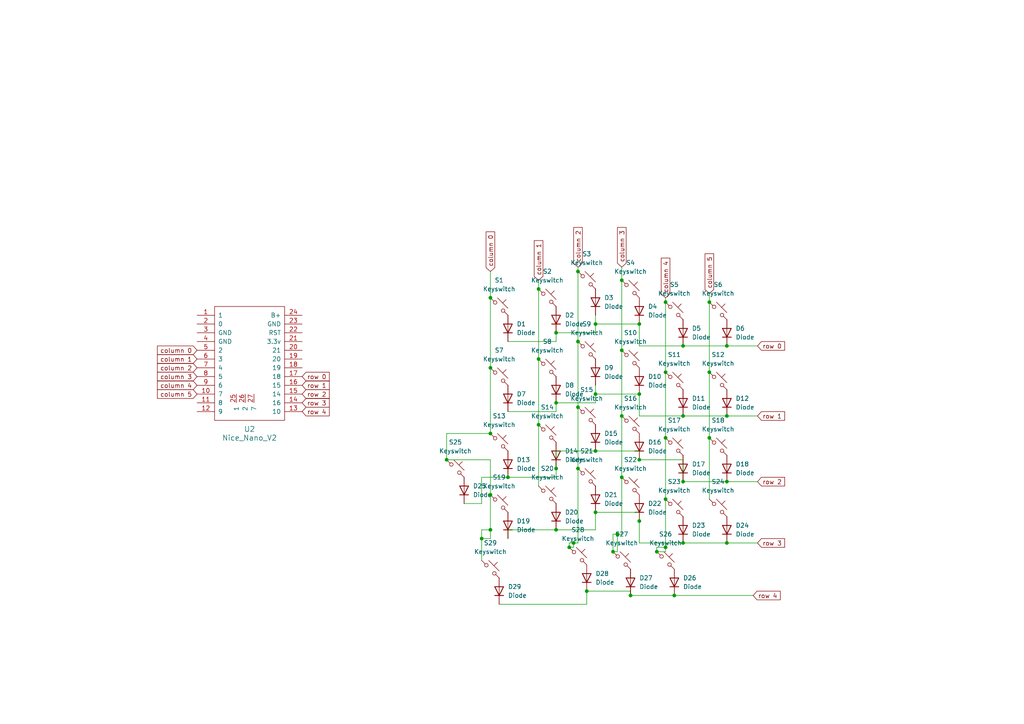
<source format=kicad_sch>
(kicad_sch (version 20250114) (generator "eeschema") (generator_version "9.0")
  (paper "A4")
  (lib_symbols
    (symbol "ScottoKeebs:MCU_Nice_Nano_V2" (pin_names (offset 1.016))
      (property "Reference" "U" (at 0 0 0))
      (property "Value" "Nice_Nano_V2" (at 0 -19.05 0))
      (symbol "MCU_Nice_Nano_V2_0_1"
        (rectangle (start -10.16 16.51) (end 10.16 -16.51))
      )
      (symbol "MCU_Nice_Nano_V2_1_1"
        (pin input line (at -15.24 13.97 0) (length 5.08) (name "1") (number "1"))
        (pin input line (at -15.24 11.43 0) (length 5.08) (name "0") (number "2"))
        (pin input line (at -15.24 8.89 0) (length 5.08) (name "GND") (number "3"))
        (pin input line (at -15.24 6.35 0) (length 5.08) (name "GND") (number "4"))
        (pin input line (at -15.24 3.81 0) (length 5.08) (name "2") (number "5"))
        (pin input line (at -15.24 1.27 0) (length 5.08) (name "3") (number "6"))
        (pin input line (at -15.24 -1.27 0) (length 5.08) (name "4") (number "7"))
        (pin input line (at -15.24 -3.81 0) (length 5.08) (name "5") (number "8"))
        (pin input line (at -15.24 -6.35 0) (length 5.08) (name "6") (number "9"))
        (pin input line (at -15.24 -8.89 0) (length 5.08) (name "7") (number "10"))
        (pin input line (at -15.24 -11.43 0) (length 5.08) (name "8") (number "11"))
        (pin input line (at -15.24 -13.97 0) (length 5.08) (name "9") (number "12"))
        (pin input line (at -3.81 -8.89 270) (length 2.5) (name "1") (number "25"))
        (pin input line (at -1.27 -8.89 270) (length 2.5) (name "2") (number "26"))
        (pin input line (at 1.27 -8.89 270) (length 2.5) (name "7") (number "27"))
        (pin input line (at 15.24 13.97 180) (length 5.08) (name "B+") (number "24"))
        (pin input line (at 15.24 11.43 180) (length 5.08) (name "GND") (number "23"))
        (pin input line (at 15.24 8.89 180) (length 5.08) (name "RST") (number "22"))
        (pin input line (at 15.24 6.35 180) (length 5.08) (name "3.3v") (number "21"))
        (pin input line (at 15.24 3.81 180) (length 5.08) (name "21") (number "20"))
        (pin input line (at 15.24 1.27 180) (length 5.08) (name "20") (number "19"))
        (pin input line (at 15.24 -1.27 180) (length 5.08) (name "19") (number "18"))
        (pin input line (at 15.24 -3.81 180) (length 5.08) (name "18") (number "17"))
        (pin input line (at 15.24 -6.35 180) (length 5.08) (name "15") (number "16"))
        (pin input line (at 15.24 -8.89 180) (length 5.08) (name "14") (number "15"))
        (pin input line (at 15.24 -11.43 180) (length 5.08) (name "16") (number "14"))
        (pin input line (at 15.24 -13.97 180) (length 5.08) (name "10") (number "13"))
      )
    )
    (symbol "ScottoKeebs:Placeholder_Diode" (pin_numbers (hide yes)) (pin_names (hide yes))
      (property "Reference" "D" (at 0 2.54 0))
      (property "Value" "Diode" (at 0 -2.54 0))
      (symbol "Placeholder_Diode_0_1"
        (polyline (pts (xy -1.27 1.27) (xy -1.27 -1.27)) (stroke (width 0.254)))
        (polyline (pts (xy 1.27 1.27) (xy 1.27 -1.27) (xy -1.27 0) (xy 1.27 1.27)) (stroke (width 0.254)))
        (polyline (pts (xy 1.27 0) (xy -1.27 0)))
      )
      (symbol "Placeholder_Diode_1_1"
        (pin passive line (at -3.81 0 0) (length 2.54) (name "K") (number "1"))
        (pin passive line (at 3.81 0 180) (length 2.54) (name "A") (number "2"))
      )
    )
    (symbol "ScottoKeebs:Placeholder_Keyswitch" (pin_numbers (hide yes)) (pin_names (offset 1.016) (hide yes))
      (property "Reference" "S" (at 3.048 1.016 0))
      (property "Value" "Keyswitch" (at 0 -3.81 0))
      (symbol "Placeholder_Keyswitch_0_1"
        (polyline (pts (xy -2.54 2.54) (xy -1.524 1.524) (xy -1.524 1.524)))
        (circle (center -1.1684 1.1684) (radius 0.508))
        (polyline (pts (xy -0.508 2.54) (xy 2.54 -0.508)))
        (polyline (pts (xy 1.016 1.016) (xy 2.032 2.032)))
        (circle (center 1.143 -1.1938) (radius 0.508))
        (polyline (pts (xy 1.524 -1.524) (xy 2.54 -2.54) (xy 2.54 -2.54) (xy 2.54 -2.54)))
        (pin passive line (at -2.54 2.54 0) (length 0) (name "1") (number "1"))
        (pin passive line (at 2.54 -2.54 180) (length 0) (name "2") (number "2"))
      )
    )
  )
  (junction (at 198.12 139.7))
  (junction (at 210.82 139.7))
  (junction (at 205.74 127))
  (junction (at 193.04 87.63))
  (junction (at 198.12 157.48))
  (junction (at 139.7 156.21))
  (junction (at 142.24 143.51))
  (junction (at 205.74 87.63))
  (junction (at 185.42 93.98))
  (junction (at 167.64 99.06))
  (junction (at 161.29 96.52))
  (junction (at 179.07 154.94))
  (junction (at 180.34 120.65))
  (junction (at 156.21 83.82))
  (junction (at 142.24 153.67))
  (junction (at 185.42 151.13))
  (junction (at 161.29 153.67))
  (junction (at 170.18 171.45))
  (junction (at 161.29 116.84))
  (junction (at 161.29 135.89))
  (junction (at 190.5 160.02))
  (junction (at 198.12 120.65))
  (junction (at 142.24 106.68))
  (junction (at 185.42 133.35))
  (junction (at 210.82 100.33))
  (junction (at 210.82 157.48))
  (junction (at 147.32 138.43))
  (junction (at 142.24 86.36))
  (junction (at 193.04 144.78))
  (junction (at 165.1 158.75))
  (junction (at 180.34 138.43))
  (junction (at 167.64 118.11))
  (junction (at 172.72 114.3))
  (junction (at 193.04 127))
  (junction (at 210.82 120.65))
  (junction (at 172.72 148.59))
  (junction (at 156.21 123.19))
  (junction (at 167.64 78.74))
  (junction (at 193.04 158.75))
  (junction (at 195.58 172.72))
  (junction (at 129.54 133.35))
  (junction (at 180.34 81.28))
  (junction (at 182.88 172.72))
  (junction (at 172.72 130.81))
  (junction (at 177.8 160.02))
  (junction (at 156.21 104.14))
  (junction (at 193.04 107.95))
  (junction (at 172.72 93.98))
  (junction (at 198.12 100.33))
  (junction (at 185.42 114.3))
  (junction (at 167.64 135.89))
  (junction (at 180.34 101.6))
  (junction (at 142.24 125.73))
  (junction (at 166.37 157.48))
  (junction (at 205.74 107.95))
  (wire (pts (xy 205.74 107.95) (xy 205.74 127)))
  (wire (pts (xy 172.72 153.67) (xy 161.29 153.67)))
  (wire (pts (xy 198.12 139.7) (xy 210.82 139.7)))
  (wire (pts (xy 190.5 158.75) (xy 190.5 160.02)))
  (wire (pts (xy 142.24 106.68) (xy 142.24 125.73)))
  (wire (pts (xy 180.34 101.6) (xy 180.34 120.65)))
  (wire (pts (xy 193.04 160.02) (xy 190.5 160.02)))
  (wire (pts (xy 167.64 118.11) (xy 167.64 135.89)))
  (wire (pts (xy 179.07 160.02) (xy 177.8 160.02)))
  (wire (pts (xy 161.29 130.81) (xy 172.72 130.81)))
  (wire (pts (xy 205.74 87.63) (xy 205.74 107.95)))
  (wire (pts (xy 180.34 81.28) (xy 180.34 101.6)))
  (wire (pts (xy 142.24 153.67) (xy 139.7 153.67)))
  (wire (pts (xy 167.64 135.89) (xy 167.64 157.48)))
  (wire (pts (xy 142.24 86.36) (xy 142.24 106.68)))
  (wire (pts (xy 193.04 86.36) (xy 193.04 87.63)))
  (wire (pts (xy 172.72 93.98) (xy 185.42 93.98)))
  (wire (pts (xy 167.64 99.06) (xy 167.64 118.11)))
  (wire (pts (xy 129.54 133.35) (xy 142.24 133.35)))
  (wire (pts (xy 167.64 78.74) (xy 167.64 99.06)))
  (wire (pts (xy 161.29 99.06) (xy 161.29 96.52)))
  (wire (pts (xy 180.34 154.94) (xy 179.07 154.94)))
  (wire (pts (xy 147.32 99.06) (xy 161.29 99.06)))
  (wire (pts (xy 172.72 148.59) (xy 172.72 153.67)))
  (wire (pts (xy 172.72 93.98) (xy 172.72 96.52)))
  (wire (pts (xy 185.42 120.65) (xy 185.42 114.3)))
  (wire (pts (xy 185.42 148.59) (xy 172.72 148.59)))
  (wire (pts (xy 210.82 157.48) (xy 219.71 157.48)))
  (wire (pts (xy 161.29 116.84) (xy 161.29 119.38)))
  (wire (pts (xy 161.29 153.67) (xy 147.32 153.67)))
  (wire (pts (xy 129.54 125.73) (xy 129.54 133.35)))
  (wire (pts (xy 147.32 138.43) (xy 161.29 138.43)))
  (wire (pts (xy 185.42 114.3) (xy 172.72 114.3)))
  (wire (pts (xy 139.7 153.67) (xy 139.7 156.21)))
  (wire (pts (xy 147.32 138.43) (xy 139.7 138.43)))
  (wire (pts (xy 142.24 133.35) (xy 142.24 143.51)))
  (wire (pts (xy 177.8 154.94) (xy 177.8 160.02)))
  (wire (pts (xy 193.04 144.78) (xy 193.04 158.75)))
  (wire (pts (xy 170.18 171.45) (xy 182.88 171.45)))
  (wire (pts (xy 165.1 157.48) (xy 165.1 158.75)))
  (wire (pts (xy 198.12 139.7) (xy 198.12 133.35)))
  (wire (pts (xy 210.82 139.7) (xy 219.71 139.7)))
  (wire (pts (xy 185.42 130.81) (xy 185.42 133.35)))
  (wire (pts (xy 180.34 120.65) (xy 180.34 138.43)))
  (wire (pts (xy 166.37 158.75) (xy 165.1 158.75)))
  (wire (pts (xy 198.12 100.33) (xy 210.82 100.33)))
  (wire (pts (xy 139.7 138.43) (xy 139.7 146.05)))
  (wire (pts (xy 147.32 153.67) (xy 147.32 156.21)))
  (wire (pts (xy 172.72 111.76) (xy 172.72 114.3)))
  (wire (pts (xy 161.29 96.52) (xy 172.72 96.52)))
  (wire (pts (xy 139.7 156.21) (xy 139.7 162.56)))
  (wire (pts (xy 195.58 172.72) (xy 218.44 172.72)))
  (wire (pts (xy 156.21 81.28) (xy 156.21 83.82)))
  (wire (pts (xy 185.42 100.33) (xy 198.12 100.33)))
  (wire (pts (xy 198.12 133.35) (xy 185.42 133.35)))
  (wire (pts (xy 166.37 157.48) (xy 166.37 158.75)))
  (wire (pts (xy 139.7 156.21) (xy 142.24 156.21)))
  (wire (pts (xy 198.12 157.48) (xy 185.42 157.48)))
  (wire (pts (xy 142.24 156.21) (xy 142.24 153.67)))
  (wire (pts (xy 172.72 130.81) (xy 185.42 130.81)))
  (wire (pts (xy 161.29 135.89) (xy 161.29 138.43)))
  (wire (pts (xy 142.24 143.51) (xy 142.24 153.67)))
  (wire (pts (xy 193.04 158.75) (xy 190.5 158.75)))
  (wire (pts (xy 156.21 123.19) (xy 156.21 140.97)))
  (wire (pts (xy 182.88 171.45) (xy 182.88 172.72)))
  (wire (pts (xy 139.7 146.05) (xy 134.62 146.05)))
  (wire (pts (xy 170.18 175.26) (xy 170.18 171.45)))
  (wire (pts (xy 185.42 93.98) (xy 185.42 100.33)))
  (wire (pts (xy 172.72 91.44) (xy 172.72 93.98)))
  (wire (pts (xy 167.64 157.48) (xy 166.37 157.48)))
  (wire (pts (xy 156.21 83.82) (xy 156.21 104.14)))
  (wire (pts (xy 172.72 116.84) (xy 161.29 116.84)))
  (wire (pts (xy 198.12 157.48) (xy 210.82 157.48)))
  (wire (pts (xy 193.04 127) (xy 193.04 144.78)))
  (wire (pts (xy 198.12 120.65) (xy 210.82 120.65)))
  (wire (pts (xy 161.29 119.38) (xy 147.32 119.38)))
  (wire (pts (xy 156.21 104.14) (xy 156.21 123.19)))
  (wire (pts (xy 205.74 85.09) (xy 205.74 87.63)))
  (wire (pts (xy 185.42 151.13) (xy 185.42 148.59)))
  (wire (pts (xy 182.88 172.72) (xy 195.58 172.72)))
  (wire (pts (xy 180.34 77.47) (xy 180.34 81.28)))
  (wire (pts (xy 166.37 157.48) (xy 165.1 157.48)))
  (wire (pts (xy 167.64 77.47) (xy 167.64 78.74)))
  (wire (pts (xy 193.04 158.75) (xy 193.04 160.02)))
  (wire (pts (xy 180.34 138.43) (xy 180.34 154.94)))
  (wire (pts (xy 172.72 114.3) (xy 172.72 116.84)))
  (wire (pts (xy 142.24 78.74) (xy 142.24 86.36)))
  (wire (pts (xy 193.04 107.95) (xy 193.04 127)))
  (wire (pts (xy 219.71 100.33) (xy 210.82 100.33)))
  (wire (pts (xy 193.04 87.63) (xy 193.04 107.95)))
  (wire (pts (xy 185.42 157.48) (xy 185.42 151.13)))
  (wire (pts (xy 142.24 125.73) (xy 129.54 125.73)))
  (wire (pts (xy 179.07 154.94) (xy 177.8 154.94)))
  (wire (pts (xy 144.78 175.26) (xy 170.18 175.26)))
  (wire (pts (xy 161.29 130.81) (xy 161.29 135.89)))
  (wire (pts (xy 198.12 120.65) (xy 185.42 120.65)))
  (wire (pts (xy 219.71 120.65) (xy 210.82 120.65)))
  (wire (pts (xy 205.74 127) (xy 205.74 144.78)))
  (wire (pts (xy 179.07 154.94) (xy 179.07 160.02)))
  (global_label "row 2" (shape input) (at 219.71 139.7 0) (property "Intersheetrefs" "${INTERSHEET_REFS}" (effects (hide yes))))
  (global_label "column 5" (shape input) (at 57.15 114.3 180) (property "Intersheetrefs" "${INTERSHEET_REFS}" (effects (hide yes))))
  (global_label "row 0" (shape input) (at 87.63 109.22 0) (property "Intersheetrefs" "${INTERSHEET_REFS}" (effects (hide yes))))
  (global_label "column 3" (shape input) (at 57.15 109.22 180) (property "Intersheetrefs" "${INTERSHEET_REFS}" (effects (hide yes))))
  (global_label "row 1" (shape input) (at 219.71 120.65 0) (property "Intersheetrefs" "${INTERSHEET_REFS}" (effects (hide yes))))
  (global_label "row 4" (shape input) (at 218.44 172.72 0) (property "Intersheetrefs" "${INTERSHEET_REFS}" (effects (hide yes))))
  (global_label "column 4" (shape input) (at 57.15 111.76 180) (property "Intersheetrefs" "${INTERSHEET_REFS}" (effects (hide yes))))
  (global_label "column 4" (shape input) (at 193.04 86.36 90) (property "Intersheetrefs" "${INTERSHEET_REFS}" (effects (hide yes))))
  (global_label "row 3" (shape input) (at 219.71 157.48 0) (property "Intersheetrefs" "${INTERSHEET_REFS}" (effects (hide yes))))
  (global_label "column 1" (shape input) (at 57.15 104.14 180) (property "Intersheetrefs" "${INTERSHEET_REFS}" (effects (hide yes))))
  (global_label "row 3" (shape input) (at 87.63 116.84 0) (property "Intersheetrefs" "${INTERSHEET_REFS}" (effects (hide yes))))
  (global_label "column 5" (shape input) (at 205.74 85.09 90) (property "Intersheetrefs" "${INTERSHEET_REFS}" (effects (hide yes))))
  (global_label "column 0" (shape input) (at 142.24 78.74 90) (property "Intersheetrefs" "${INTERSHEET_REFS}" (effects (hide yes))))
  (global_label "column 1" (shape input) (at 156.21 81.28 90) (property "Intersheetrefs" "${INTERSHEET_REFS}" (effects (hide yes))))
  (global_label "row 0" (shape input) (at 219.71 100.33 0) (property "Intersheetrefs" "${INTERSHEET_REFS}" (effects (hide yes))))
  (global_label "row 1" (shape input) (at 87.63 111.76 0) (property "Intersheetrefs" "${INTERSHEET_REFS}" (effects (hide yes))))
  (global_label "column 3" (shape input) (at 180.34 77.47 90) (property "Intersheetrefs" "${INTERSHEET_REFS}" (effects (hide yes))))
  (global_label "row 2" (shape input) (at 87.63 114.3 0) (property "Intersheetrefs" "${INTERSHEET_REFS}" (effects (hide yes))))
  (global_label "column 2" (shape input) (at 57.15 106.68 180) (property "Intersheetrefs" "${INTERSHEET_REFS}" (effects (hide yes))))
  (global_label "row 4" (shape input) (at 87.63 119.38 0) (property "Intersheetrefs" "${INTERSHEET_REFS}" (effects (hide yes))))
  (global_label "column 0" (shape input) (at 57.15 101.6 180) (property "Intersheetrefs" "${INTERSHEET_REFS}" (effects (hide yes))))
  (global_label "column 2" (shape input) (at 167.64 77.47 90) (property "Intersheetrefs" "${INTERSHEET_REFS}" (effects (hide yes))))
  (symbol (lib_id "ScottoKeebs:Placeholder_Diode") (at 185.42 147.32 90) (unit 1)
    (property "Reference" "D22" (at 187.96 146.0499 90) (effects (justify right)))
    (property "Value" "Diode" (at 187.96 148.5899 90) (effects (justify right)))
    (property "Footprint" "ScottoKeebs_Components:Diode_DO-35" (effects (hide yes)))
    (property "Description" "1N4148 (DO-35) or 1N4148W (SOD-123)" (effects (hide yes)))
    (property "Sim.Device" "D" (effects (hide yes)))
    (property "Sim.Pins" "1=K 2=A" (effects (hide yes)))
  )
  (symbol (lib_id "ScottoKeebs:Placeholder_Diode") (at 210.82 135.89 90) (unit 1)
    (property "Reference" "D18" (at 213.36 134.6199 90) (effects (justify right)))
    (property "Value" "Diode" (at 213.36 137.1599 90) (effects (justify right)))
    (property "Footprint" "ScottoKeebs_Components:Diode_DO-35" (effects (hide yes)))
    (property "Description" "1N4148 (DO-35) or 1N4148W (SOD-123)" (effects (hide yes)))
    (property "Sim.Device" "D" (effects (hide yes)))
    (property "Sim.Pins" "1=K 2=A" (effects (hide yes)))
  )
  (symbol (lib_id "ScottoKeebs:Placeholder_Keyswitch") (at 195.58 147.32 0) (unit 1)
    (property "Reference" "S23" (at 195.58 139.7 0))
    (property "Value" "Keyswitch" (at 195.58 142.24 0))
    (property "Footprint" "ScottoKeebs_MX:MX_PCB_1.00u" (effects (hide yes)))
    (property "Description" "Push button switch, normally open, two pins, 45° tilted" (effects (hide yes)))
  )
  (symbol (lib_id "ScottoKeebs:Placeholder_Keyswitch") (at 182.88 83.82 0) (unit 1)
    (property "Reference" "S4" (at 182.88 76.2 0))
    (property "Value" "Keyswitch" (at 182.88 78.74 0))
    (property "Footprint" "ScottoKeebs_MX:MX_PCB_1.00u" (effects (hide yes)))
    (property "Description" "Push button switch, normally open, two pins, 45° tilted" (effects (hide yes)))
  )
  (symbol (lib_id "ScottoKeebs:Placeholder_Keyswitch") (at 180.34 162.56 0) (unit 1)
    (property "Reference" "S27" (at 180.34 154.94 0))
    (property "Value" "Keyswitch" (at 180.34 157.48 0))
    (property "Footprint" "ScottoKeebs_MX:MX_PCB_1.00u" (effects (hide yes)))
    (property "Description" "Push button switch, normally open, two pins, 45° tilted" (effects (hide yes)))
  )
  (symbol (lib_id "ScottoKeebs:Placeholder_Keyswitch") (at 208.28 90.17 0) (unit 1)
    (property "Reference" "S6" (at 208.28 82.55 0))
    (property "Value" "Keyswitch" (at 208.28 85.09 0))
    (property "Footprint" "ScottoKeebs_MX:MX_PCB_1.00u" (effects (hide yes)))
    (property "Description" "Push button switch, normally open, two pins, 45° tilted" (effects (hide yes)))
  )
  (symbol (lib_id "ScottoKeebs:Placeholder_Keyswitch") (at 182.88 140.97 0) (unit 1)
    (property "Reference" "S22" (at 182.88 133.35 0))
    (property "Value" "Keyswitch" (at 182.88 135.89 0))
    (property "Footprint" "ScottoKeebs_MX:MX_PCB_1.00u" (effects (hide yes)))
    (property "Description" "Push button switch, normally open, two pins, 45° tilted" (effects (hide yes)))
  )
  (symbol (lib_id "ScottoKeebs:Placeholder_Diode") (at 161.29 113.03 90) (unit 1)
    (property "Reference" "D8" (at 163.83 111.7599 90) (effects (justify right)))
    (property "Value" "Diode" (at 163.83 114.2999 90) (effects (justify right)))
    (property "Footprint" "ScottoKeebs_Components:Diode_DO-35" (effects (hide yes)))
    (property "Description" "1N4148 (DO-35) or 1N4148W (SOD-123)" (effects (hide yes)))
    (property "Sim.Device" "D" (effects (hide yes)))
    (property "Sim.Pins" "1=K 2=A" (effects (hide yes)))
  )
  (symbol (lib_id "ScottoKeebs:Placeholder_Keyswitch") (at 182.88 104.14 0) (unit 1)
    (property "Reference" "S10" (at 182.88 96.52 0))
    (property "Value" "Keyswitch" (at 182.88 99.06 0))
    (property "Footprint" "ScottoKeebs_MX:MX_PCB_1.00u" (effects (hide yes)))
    (property "Description" "Push button switch, normally open, two pins, 45° tilted" (effects (hide yes)))
  )
  (symbol (lib_id "ScottoKeebs:Placeholder_Keyswitch") (at 195.58 129.54 0) (unit 1)
    (property "Reference" "S17" (at 195.58 121.92 0))
    (property "Value" "Keyswitch" (at 195.58 124.46 0))
    (property "Footprint" "ScottoKeebs_MX:MX_PCB_1.00u" (effects (hide yes)))
    (property "Description" "Push button switch, normally open, two pins, 45° tilted" (effects (hide yes)))
  )
  (symbol (lib_id "ScottoKeebs:Placeholder_Keyswitch") (at 158.75 86.36 0) (unit 1)
    (property "Reference" "S2" (at 158.75 78.74 0))
    (property "Value" "Keyswitch" (at 158.75 81.28 0))
    (property "Footprint" "ScottoKeebs_MX:MX_PCB_1.00u" (effects (hide yes)))
    (property "Description" "Push button switch, normally open, two pins, 45° tilted" (effects (hide yes)))
  )
  (symbol (lib_id "ScottoKeebs:Placeholder_Keyswitch") (at 167.64 161.29 0) (unit 1)
    (property "Reference" "S28" (at 167.64 153.67 0))
    (property "Value" "Keyswitch" (at 167.64 156.21 0))
    (property "Footprint" "ScottoKeebs_MX:MX_PCB_1.00u" (effects (hide yes)))
    (property "Description" "Push button switch, normally open, two pins, 45° tilted" (effects (hide yes)))
  )
  (symbol (lib_id "ScottoKeebs:Placeholder_Keyswitch") (at 195.58 110.49 0) (unit 1)
    (property "Reference" "S11" (at 195.58 102.87 0))
    (property "Value" "Keyswitch" (at 195.58 105.41 0))
    (property "Footprint" "ScottoKeebs_MX:MX_PCB_1.00u" (effects (hide yes)))
    (property "Description" "Push button switch, normally open, two pins, 45° tilted" (effects (hide yes)))
  )
  (symbol (lib_id "ScottoKeebs:Placeholder_Diode") (at 210.82 116.84 90) (unit 1)
    (property "Reference" "D12" (at 213.36 115.5699 90) (effects (justify right)))
    (property "Value" "Diode" (at 213.36 118.1099 90) (effects (justify right)))
    (property "Footprint" "ScottoKeebs_Components:Diode_DO-35" (effects (hide yes)))
    (property "Description" "1N4148 (DO-35) or 1N4148W (SOD-123)" (effects (hide yes)))
    (property "Sim.Device" "D" (effects (hide yes)))
    (property "Sim.Pins" "1=K 2=A" (effects (hide yes)))
  )
  (symbol (lib_id "ScottoKeebs:Placeholder_Diode") (at 161.29 149.86 90) (unit 1)
    (property "Reference" "D20" (at 163.83 148.5899 90) (effects (justify right)))
    (property "Value" "Diode" (at 163.83 151.1299 90) (effects (justify right)))
    (property "Footprint" "ScottoKeebs_Components:Diode_DO-35" (effects (hide yes)))
    (property "Description" "1N4148 (DO-35) or 1N4148W (SOD-123)" (effects (hide yes)))
    (property "Sim.Device" "D" (effects (hide yes)))
    (property "Sim.Pins" "1=K 2=A" (effects (hide yes)))
  )
  (symbol (lib_id "ScottoKeebs:Placeholder_Diode") (at 198.12 96.52 90) (unit 1)
    (property "Reference" "D5" (at 200.66 95.2499 90) (effects (justify right)))
    (property "Value" "Diode" (at 200.66 97.7899 90) (effects (justify right)))
    (property "Footprint" "ScottoKeebs_Components:Diode_DO-35" (effects (hide yes)))
    (property "Description" "1N4148 (DO-35) or 1N4148W (SOD-123)" (effects (hide yes)))
    (property "Sim.Device" "D" (effects (hide yes)))
    (property "Sim.Pins" "1=K 2=A" (effects (hide yes)))
  )
  (symbol (lib_id "ScottoKeebs:Placeholder_Diode") (at 161.29 92.71 90) (unit 1)
    (property "Reference" "D2" (at 163.83 91.4399 90) (effects (justify right)))
    (property "Value" "Diode" (at 163.83 93.9799 90) (effects (justify right)))
    (property "Footprint" "ScottoKeebs_Components:Diode_DO-35" (effects (hide yes)))
    (property "Description" "1N4148 (DO-35) or 1N4148W (SOD-123)" (effects (hide yes)))
    (property "Sim.Device" "D" (effects (hide yes)))
    (property "Sim.Pins" "1=K 2=A" (effects (hide yes)))
  )
  (symbol (lib_id "ScottoKeebs:Placeholder_Keyswitch") (at 195.58 90.17 0) (unit 1)
    (property "Reference" "S5" (at 195.58 82.55 0))
    (property "Value" "Keyswitch" (at 195.58 85.09 0))
    (property "Footprint" "ScottoKeebs_MX:MX_PCB_1.00u" (effects (hide yes)))
    (property "Description" "Push button switch, normally open, two pins, 45° tilted" (effects (hide yes)))
  )
  (symbol (lib_id "ScottoKeebs:Placeholder_Keyswitch") (at 182.88 123.19 0) (unit 1)
    (property "Reference" "S16" (at 182.88 115.57 0))
    (property "Value" "Keyswitch" (at 182.88 118.11 0))
    (property "Footprint" "ScottoKeebs_MX:MX_PCB_1.00u" (effects (hide yes)))
    (property "Description" "Push button switch, normally open, two pins, 45° tilted" (effects (hide yes)))
  )
  (symbol (lib_id "ScottoKeebs:Placeholder_Keyswitch") (at 144.78 109.22 0) (unit 1)
    (property "Reference" "S7" (at 144.78 101.6 0))
    (property "Value" "Keyswitch" (at 144.78 104.14 0))
    (property "Footprint" "ScottoKeebs_MX:MX_PCB_1.00u" (effects (hide yes)))
    (property "Description" "Push button switch, normally open, two pins, 45° tilted" (effects (hide yes)))
  )
  (symbol (lib_id "ScottoKeebs:Placeholder_Keyswitch") (at 170.18 81.28 0) (unit 1)
    (property "Reference" "S3" (at 170.18 73.66 0))
    (property "Value" "Keyswitch" (at 170.18 76.2 0))
    (property "Footprint" "ScottoKeebs_MX:MX_PCB_1.00u" (effects (hide yes)))
    (property "Description" "Push button switch, normally open, two pins, 45° tilted" (effects (hide yes)))
  )
  (symbol (lib_id "ScottoKeebs:Placeholder_Diode") (at 185.42 90.17 90) (unit 1)
    (property "Reference" "D4" (at 187.96 88.8999 90) (effects (justify right)))
    (property "Value" "Diode" (at 187.96 91.4399 90) (effects (justify right)))
    (property "Footprint" "ScottoKeebs_Components:Diode_DO-35" (effects (hide yes)))
    (property "Description" "1N4148 (DO-35) or 1N4148W (SOD-123)" (effects (hide yes)))
    (property "Sim.Device" "D" (effects (hide yes)))
    (property "Sim.Pins" "1=K 2=A" (effects (hide yes)))
  )
  (symbol (lib_id "ScottoKeebs:Placeholder_Diode") (at 172.72 127 90) (unit 1)
    (property "Reference" "D15" (at 175.26 125.7299 90) (effects (justify right)))
    (property "Value" "Diode" (at 175.26 128.2699 90) (effects (justify right)))
    (property "Footprint" "ScottoKeebs_Components:Diode_DO-35" (effects (hide yes)))
    (property "Description" "1N4148 (DO-35) or 1N4148W (SOD-123)" (effects (hide yes)))
    (property "Sim.Device" "D" (effects (hide yes)))
    (property "Sim.Pins" "1=K 2=A" (effects (hide yes)))
  )
  (symbol (lib_id "ScottoKeebs:Placeholder_Diode") (at 210.82 153.67 90) (unit 1)
    (property "Reference" "D24" (at 213.36 152.3999 90) (effects (justify right)))
    (property "Value" "Diode" (at 213.36 154.9399 90) (effects (justify right)))
    (property "Footprint" "ScottoKeebs_Components:Diode_DO-35" (effects (hide yes)))
    (property "Description" "1N4148 (DO-35) or 1N4148W (SOD-123)" (effects (hide yes)))
    (property "Sim.Device" "D" (effects (hide yes)))
    (property "Sim.Pins" "1=K 2=A" (effects (hide yes)))
  )
  (symbol (lib_id "ScottoKeebs:Placeholder_Keyswitch") (at 158.75 106.68 0) (unit 1)
    (property "Reference" "S8" (at 158.75 99.06 0))
    (property "Value" "Keyswitch" (at 158.75 101.6 0))
    (property "Footprint" "ScottoKeebs_MX:MX_PCB_1.00u" (effects (hide yes)))
    (property "Description" "Push button switch, normally open, two pins, 45° tilted" (effects (hide yes)))
  )
  (symbol (lib_id "ScottoKeebs:Placeholder_Keyswitch") (at 158.75 125.73 0) (unit 1)
    (property "Reference" "S14" (at 158.75 118.11 0))
    (property "Value" "Keyswitch" (at 158.75 120.65 0))
    (property "Footprint" "ScottoKeebs_MX:MX_PCB_1.00u" (effects (hide yes)))
    (property "Description" "Push button switch, normally open, two pins, 45° tilted" (effects (hide yes)))
  )
  (symbol (lib_id "ScottoKeebs:Placeholder_Diode") (at 147.32 152.4 90) (unit 1)
    (property "Reference" "D19" (at 149.86 151.1299 90) (effects (justify right)))
    (property "Value" "Diode" (at 149.86 153.6699 90) (effects (justify right)))
    (property "Footprint" "ScottoKeebs_Components:Diode_DO-35" (effects (hide yes)))
    (property "Description" "1N4148 (DO-35) or 1N4148W (SOD-123)" (effects (hide yes)))
    (property "Sim.Device" "D" (effects (hide yes)))
    (property "Sim.Pins" "1=K 2=A" (effects (hide yes)))
  )
  (symbol (lib_id "ScottoKeebs:Placeholder_Diode") (at 172.72 144.78 90) (unit 1)
    (property "Reference" "D21" (at 175.26 143.5099 90) (effects (justify right)))
    (property "Value" "Diode" (at 175.26 146.0499 90) (effects (justify right)))
    (property "Footprint" "ScottoKeebs_Components:Diode_DO-35" (effects (hide yes)))
    (property "Description" "1N4148 (DO-35) or 1N4148W (SOD-123)" (effects (hide yes)))
    (property "Sim.Device" "D" (effects (hide yes)))
    (property "Sim.Pins" "1=K 2=A" (effects (hide yes)))
  )
  (symbol (lib_id "ScottoKeebs:Placeholder_Diode") (at 198.12 135.89 90) (unit 1)
    (property "Reference" "D17" (at 200.66 134.6199 90) (effects (justify right)))
    (property "Value" "Diode" (at 200.66 137.1599 90) (effects (justify right)))
    (property "Footprint" "ScottoKeebs_Components:Diode_DO-35" (effects (hide yes)))
    (property "Description" "1N4148 (DO-35) or 1N4148W (SOD-123)" (effects (hide yes)))
    (property "Sim.Device" "D" (effects (hide yes)))
    (property "Sim.Pins" "1=K 2=A" (effects (hide yes)))
  )
  (symbol (lib_id "ScottoKeebs:Placeholder_Keyswitch") (at 208.28 129.54 0) (unit 1)
    (property "Reference" "S18" (at 208.28 121.92 0))
    (property "Value" "Keyswitch" (at 208.28 124.46 0))
    (property "Footprint" "ScottoKeebs_MX:MX_PCB_1.00u" (effects (hide yes)))
    (property "Description" "Push button switch, normally open, two pins, 45° tilted" (effects (hide yes)))
  )
  (symbol (lib_id "ScottoKeebs:Placeholder_Diode") (at 170.18 167.64 90) (unit 1)
    (property "Reference" "D28" (at 172.72 166.3699 90) (effects (justify right)))
    (property "Value" "Diode" (at 172.72 168.9099 90) (effects (justify right)))
    (property "Footprint" "ScottoKeebs_Components:Diode_DO-35" (effects (hide yes)))
    (property "Description" "1N4148 (DO-35) or 1N4148W (SOD-123)" (effects (hide yes)))
    (property "Sim.Device" "D" (effects (hide yes)))
    (property "Sim.Pins" "1=K 2=A" (effects (hide yes)))
  )
  (symbol (lib_id "ScottoKeebs:Placeholder_Keyswitch") (at 170.18 120.65 0) (unit 1)
    (property "Reference" "S15" (at 170.18 113.03 0))
    (property "Value" "Keyswitch" (at 170.18 115.57 0))
    (property "Footprint" "ScottoKeebs_MX:MX_PCB_1.00u" (effects (hide yes)))
    (property "Description" "Push button switch, normally open, two pins, 45° tilted" (effects (hide yes)))
  )
  (symbol (lib_id "ScottoKeebs:Placeholder_Keyswitch") (at 132.08 135.89 0) (unit 1)
    (property "Reference" "S25" (at 132.08 128.27 0))
    (property "Value" "Keyswitch" (at 132.08 130.81 0))
    (property "Footprint" "ScottoKeebs_MX:MX_PCB_1.00u" (effects (hide yes)))
    (property "Description" "Push button switch, normally open, two pins, 45° tilted" (effects (hide yes)))
  )
  (symbol (lib_id "ScottoKeebs:Placeholder_Diode") (at 185.42 110.49 90) (unit 1)
    (property "Reference" "D10" (at 187.96 109.2199 90) (effects (justify right)))
    (property "Value" "Diode" (at 187.96 111.7599 90) (effects (justify right)))
    (property "Footprint" "ScottoKeebs_Components:Diode_DO-35" (effects (hide yes)))
    (property "Description" "1N4148 (DO-35) or 1N4148W (SOD-123)" (effects (hide yes)))
    (property "Sim.Device" "D" (effects (hide yes)))
    (property "Sim.Pins" "1=K 2=A" (effects (hide yes)))
  )
  (symbol (lib_id "ScottoKeebs:Placeholder_Diode") (at 161.29 132.08 90) (unit 1)
    (property "Reference" "D14" (at 163.83 130.8099 90) (effects (justify right)))
    (property "Value" "Diode" (at 163.83 133.3499 90) (effects (justify right)))
    (property "Footprint" "ScottoKeebs_Components:Diode_DO-35" (effects (hide yes)))
    (property "Description" "1N4148 (DO-35) or 1N4148W (SOD-123)" (effects (hide yes)))
    (property "Sim.Device" "D" (effects (hide yes)))
    (property "Sim.Pins" "1=K 2=A" (effects (hide yes)))
  )
  (symbol (lib_id "ScottoKeebs:Placeholder_Keyswitch") (at 144.78 128.27 0) (unit 1)
    (property "Reference" "S13" (at 144.78 120.65 0))
    (property "Value" "Keyswitch" (at 144.78 123.19 0))
    (property "Footprint" "ScottoKeebs_MX:MX_PCB_1.00u" (effects (hide yes)))
    (property "Description" "Push button switch, normally open, two pins, 45° tilted" (effects (hide yes)))
  )
  (symbol (lib_id "ScottoKeebs:Placeholder_Keyswitch") (at 170.18 138.43 0) (unit 1)
    (property "Reference" "S21" (at 170.18 130.81 0))
    (property "Value" "Keyswitch" (at 170.18 133.35 0))
    (property "Footprint" "ScottoKeebs_MX:MX_PCB_1.00u" (effects (hide yes)))
    (property "Description" "Push button switch, normally open, two pins, 45° tilted" (effects (hide yes)))
  )
  (symbol (lib_id "ScottoKeebs:Placeholder_Diode") (at 147.32 95.25 90) (unit 1)
    (property "Reference" "D1" (at 149.86 93.9799 90) (effects (justify right)))
    (property "Value" "Diode" (at 149.86 96.5199 90) (effects (justify right)))
    (property "Footprint" "ScottoKeebs_Components:Diode_DO-35" (effects (hide yes)))
    (property "Description" "1N4148 (DO-35) or 1N4148W (SOD-123)" (effects (hide yes)))
    (property "Sim.Device" "D" (effects (hide yes)))
    (property "Sim.Pins" "1=K 2=A" (effects (hide yes)))
  )
  (symbol (lib_id "ScottoKeebs:Placeholder_Keyswitch") (at 158.75 143.51 0) (unit 1)
    (property "Reference" "S20" (at 158.75 135.89 0))
    (property "Value" "Keyswitch" (at 158.75 138.43 0))
    (property "Footprint" "ScottoKeebs_MX:MX_PCB_1.00u" (effects (hide yes)))
    (property "Description" "Push button switch, normally open, two pins, 45° tilted" (effects (hide yes)))
  )
  (symbol (lib_id "ScottoKeebs:Placeholder_Diode") (at 172.72 107.95 90) (unit 1)
    (property "Reference" "D9" (at 175.26 106.6799 90) (effects (justify right)))
    (property "Value" "Diode" (at 175.26 109.2199 90) (effects (justify right)))
    (property "Footprint" "ScottoKeebs_Components:Diode_DO-35" (effects (hide yes)))
    (property "Description" "1N4148 (DO-35) or 1N4148W (SOD-123)" (effects (hide yes)))
    (property "Sim.Device" "D" (effects (hide yes)))
    (property "Sim.Pins" "1=K 2=A" (effects (hide yes)))
  )
  (symbol (lib_id "ScottoKeebs:Placeholder_Diode") (at 147.32 115.57 90) (unit 1)
    (property "Reference" "D7" (at 149.86 114.2999 90) (effects (justify right)))
    (property "Value" "Diode" (at 149.86 116.8399 90) (effects (justify right)))
    (property "Footprint" "ScottoKeebs_Components:Diode_DO-35" (effects (hide yes)))
    (property "Description" "1N4148 (DO-35) or 1N4148W (SOD-123)" (effects (hide yes)))
    (property "Sim.Device" "D" (effects (hide yes)))
    (property "Sim.Pins" "1=K 2=A" (effects (hide yes)))
  )
  (symbol (lib_id "ScottoKeebs:Placeholder_Diode") (at 195.58 168.91 90) (unit 1)
    (property "Reference" "D26" (at 198.12 167.6399 90) (effects (justify right)))
    (property "Value" "Diode" (at 198.12 170.1799 90) (effects (justify right)))
    (property "Footprint" "ScottoKeebs_Components:Diode_DO-35" (effects (hide yes)))
    (property "Description" "1N4148 (DO-35) or 1N4148W (SOD-123)" (effects (hide yes)))
    (property "Sim.Device" "D" (effects (hide yes)))
    (property "Sim.Pins" "1=K 2=A" (effects (hide yes)))
  )
  (symbol (lib_id "ScottoKeebs:MCU_Nice_Nano_V2") (at 72.39 105.41 0) (unit 1)
    (property "Reference" "U2" (at 72.39 124.46 0) (effects (font (size 1.524 1.524))))
    (property "Value" "Nice_Nano_V2" (at 72.39 127 0) (effects (font (size 1.524 1.524))))
    (property "Footprint" "ScottoKeebs_MCU:Nice_Nano_V2_Flipped" (effects (hide yes)))
  )
  (symbol (lib_id "ScottoKeebs:Placeholder_Diode") (at 210.82 96.52 90) (unit 1)
    (property "Reference" "D6" (at 213.36 95.2499 90) (effects (justify right)))
    (property "Value" "Diode" (at 213.36 97.7899 90) (effects (justify right)))
    (property "Footprint" "ScottoKeebs_Components:Diode_DO-35" (effects (hide yes)))
    (property "Description" "1N4148 (DO-35) or 1N4148W (SOD-123)" (effects (hide yes)))
    (property "Sim.Device" "D" (effects (hide yes)))
    (property "Sim.Pins" "1=K 2=A" (effects (hide yes)))
  )
  (symbol (lib_id "ScottoKeebs:Placeholder_Keyswitch") (at 170.18 101.6 0) (unit 1)
    (property "Reference" "S9" (at 170.18 93.98 0))
    (property "Value" "Keyswitch" (at 170.18 96.52 0))
    (property "Footprint" "ScottoKeebs_MX:MX_PCB_1.00u" (effects (hide yes)))
    (property "Description" "Push button switch, normally open, two pins, 45° tilted" (effects (hide yes)))
  )
  (symbol (lib_id "ScottoKeebs:Placeholder_Diode") (at 134.62 142.24 90) (unit 1)
    (property "Reference" "D25" (at 137.16 140.9699 90) (effects (justify right)))
    (property "Value" "Diode" (at 137.16 143.5099 90) (effects (justify right)))
    (property "Footprint" "ScottoKeebs_Components:Diode_DO-35" (effects (hide yes)))
    (property "Description" "1N4148 (DO-35) or 1N4148W (SOD-123)" (effects (hide yes)))
    (property "Sim.Device" "D" (effects (hide yes)))
    (property "Sim.Pins" "1=K 2=A" (effects (hide yes)))
  )
  (symbol (lib_id "ScottoKeebs:Placeholder_Keyswitch") (at 144.78 88.9 0) (unit 1)
    (property "Reference" "S1" (at 144.78 81.28 0))
    (property "Value" "Keyswitch" (at 144.78 83.82 0))
    (property "Footprint" "ScottoKeebs_MX:MX_PCB_1.00u" (effects (hide yes)))
    (property "Description" "Push button switch, normally open, two pins, 45° tilted" (effects (hide yes)))
  )
  (symbol (lib_id "ScottoKeebs:Placeholder_Keyswitch") (at 208.28 110.49 0) (unit 1)
    (property "Reference" "S12" (at 208.28 102.87 0))
    (property "Value" "Keyswitch" (at 208.28 105.41 0))
    (property "Footprint" "ScottoKeebs_MX:MX_PCB_1.00u" (effects (hide yes)))
    (property "Description" "Push button switch, normally open, two pins, 45° tilted" (effects (hide yes)))
  )
  (symbol (lib_id "ScottoKeebs:Placeholder_Diode") (at 198.12 116.84 90) (unit 1)
    (property "Reference" "D11" (at 200.66 115.5699 90) (effects (justify right)))
    (property "Value" "Diode" (at 200.66 118.1099 90) (effects (justify right)))
    (property "Footprint" "ScottoKeebs_Components:Diode_DO-35" (effects (hide yes)))
    (property "Description" "1N4148 (DO-35) or 1N4148W (SOD-123)" (effects (hide yes)))
    (property "Sim.Device" "D" (effects (hide yes)))
    (property "Sim.Pins" "1=K 2=A" (effects (hide yes)))
  )
  (symbol (lib_id "ScottoKeebs:Placeholder_Diode") (at 172.72 87.63 90) (unit 1)
    (property "Reference" "D3" (at 175.26 86.3599 90) (effects (justify right)))
    (property "Value" "Diode" (at 175.26 88.8999 90) (effects (justify right)))
    (property "Footprint" "ScottoKeebs_Components:Diode_DO-35" (effects (hide yes)))
    (property "Description" "1N4148 (DO-35) or 1N4148W (SOD-123)" (effects (hide yes)))
    (property "Sim.Device" "D" (effects (hide yes)))
    (property "Sim.Pins" "1=K 2=A" (effects (hide yes)))
  )
  (symbol (lib_id "ScottoKeebs:Placeholder_Keyswitch") (at 193.04 162.56 0) (unit 1)
    (property "Reference" "S26" (at 193.04 154.94 0))
    (property "Value" "Keyswitch" (at 193.04 157.48 0))
    (property "Footprint" "ScottoKeebs_MX:MX_PCB_1.00u" (effects (hide yes)))
    (property "Description" "Push button switch, normally open, two pins, 45° tilted" (effects (hide yes)))
  )
  (symbol (lib_id "ScottoKeebs:Placeholder_Diode") (at 144.78 171.45 90) (unit 1)
    (property "Reference" "D29" (at 147.32 170.1799 90) (effects (justify right)))
    (property "Value" "Diode" (at 147.32 172.7199 90) (effects (justify right)))
    (property "Footprint" "ScottoKeebs_Components:Diode_DO-35" (effects (hide yes)))
    (property "Description" "1N4148 (DO-35) or 1N4148W (SOD-123)" (effects (hide yes)))
    (property "Sim.Device" "D" (effects (hide yes)))
    (property "Sim.Pins" "1=K 2=A" (effects (hide yes)))
  )
  (symbol (lib_id "ScottoKeebs:Placeholder_Diode") (at 185.42 129.54 90) (unit 1)
    (property "Reference" "D16" (at 187.96 128.2699 90) (effects (justify right)))
    (property "Value" "Diode" (at 187.96 130.8099 90) (effects (justify right)))
    (property "Footprint" "ScottoKeebs_Components:Diode_DO-35" (effects (hide yes)))
    (property "Description" "1N4148 (DO-35) or 1N4148W (SOD-123)" (effects (hide yes)))
    (property "Sim.Device" "D" (effects (hide yes)))
    (property "Sim.Pins" "1=K 2=A" (effects (hide yes)))
  )
  (symbol (lib_id "ScottoKeebs:Placeholder_Keyswitch") (at 144.78 146.05 0) (unit 1)
    (property "Reference" "S19" (at 144.78 138.43 0))
    (property "Value" "Keyswitch" (at 144.78 140.97 0))
    (property "Footprint" "ScottoKeebs_MX:MX_PCB_1.00u" (effects (hide yes)))
    (property "Description" "Push button switch, normally open, two pins, 45° tilted" (effects (hide yes)))
  )
  (symbol (lib_id "ScottoKeebs:Placeholder_Diode") (at 182.88 168.91 90) (unit 1)
    (property "Reference" "D27" (at 185.42 167.6399 90) (effects (justify right)))
    (property "Value" "Diode" (at 185.42 170.1799 90) (effects (justify right)))
    (property "Footprint" "ScottoKeebs_Components:Diode_DO-35" (effects (hide yes)))
    (property "Description" "1N4148 (DO-35) or 1N4148W (SOD-123)" (effects (hide yes)))
    (property "Sim.Device" "D" (effects (hide yes)))
    (property "Sim.Pins" "1=K 2=A" (effects (hide yes)))
  )
  (symbol (lib_id "ScottoKeebs:Placeholder_Keyswitch") (at 208.28 147.32 0) (unit 1)
    (property "Reference" "S24" (at 208.28 139.7 0))
    (property "Value" "Keyswitch" (at 208.28 142.24 0))
    (property "Footprint" "ScottoKeebs_MX:MX_PCB_1.00u" (effects (hide yes)))
    (property "Description" "Push button switch, normally open, two pins, 45° tilted" (effects (hide yes)))
  )
  (symbol (lib_id "ScottoKeebs:Placeholder_Diode") (at 147.32 134.62 90) (unit 1)
    (property "Reference" "D13" (at 149.86 133.3499 90) (effects (justify right)))
    (property "Value" "Diode" (at 149.86 135.8899 90) (effects (justify right)))
    (property "Footprint" "ScottoKeebs_Components:Diode_DO-35" (effects (hide yes)))
    (property "Description" "1N4148 (DO-35) or 1N4148W (SOD-123)" (effects (hide yes)))
    (property "Sim.Device" "D" (effects (hide yes)))
    (property "Sim.Pins" "1=K 2=A" (effects (hide yes)))
  )
  (symbol (lib_id "ScottoKeebs:Placeholder_Diode") (at 198.12 153.67 90) (unit 1)
    (property "Reference" "D23" (at 200.66 152.3999 90) (effects (justify right)))
    (property "Value" "Diode" (at 200.66 154.9399 90) (effects (justify right)))
    (property "Footprint" "ScottoKeebs_Components:Diode_DO-35" (effects (hide yes)))
    (property "Description" "1N4148 (DO-35) or 1N4148W (SOD-123)" (effects (hide yes)))
    (property "Sim.Device" "D" (effects (hide yes)))
    (property "Sim.Pins" "1=K 2=A" (effects (hide yes)))
  )
  (symbol (lib_id "ScottoKeebs:Placeholder_Keyswitch") (at 142.24 165.1 0) (unit 1)
    (property "Reference" "S29" (at 142.24 157.48 0))
    (property "Value" "Keyswitch" (at 142.24 160.02 0))
    (property "Footprint" "ScottoKeebs_MX:MX_PCB_1.00u" (effects (hide yes)))
    (property "Description" "Push button switch, normally open, two pins, 45° tilted" (effects (hide yes)))
  )
)
</source>
